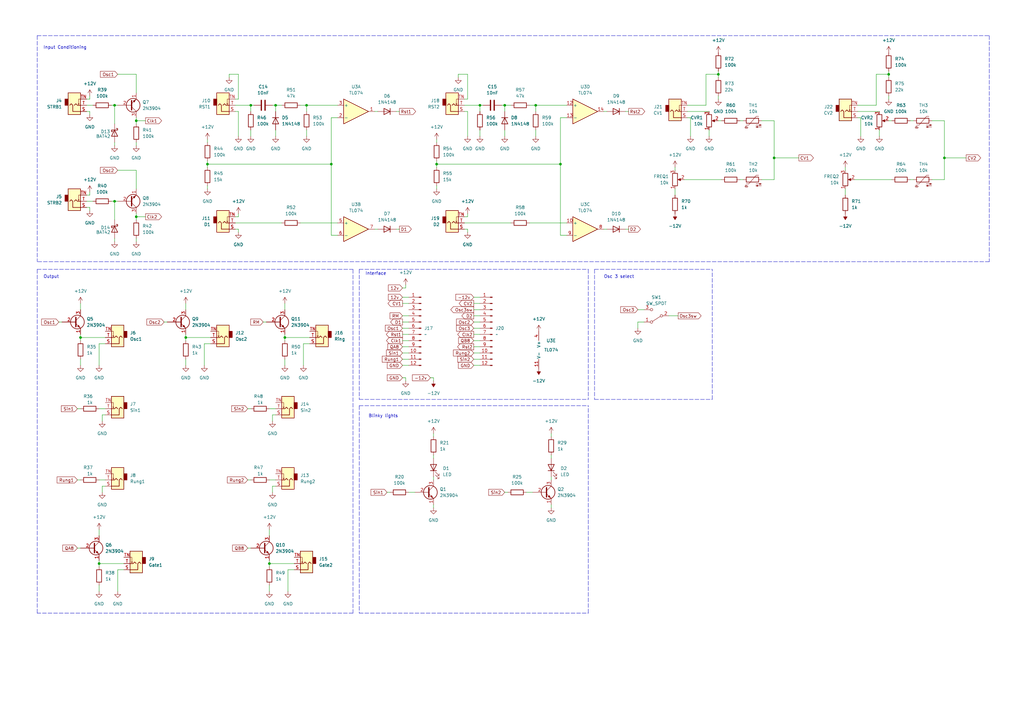
<source format=kicad_sch>
(kicad_sch (version 20211123) (generator eeschema)
  (paper "A3")
  (junction (at 294.64 30.48))
  (junction (at 46.99 82.55))
  (junction (at 55.88 49.53))
  (junction (at 317.5 64.77))
  (junction (at 387.35 64.77))
  (junction (at 179.07 67.31))
  (junction (at 40.64 231.14))
  (junction (at 113.03 43.18))
  (junction (at 196.85 43.18))
  (junction (at 229.87 67.31))
  (junction (at 125.73 43.18))
  (junction (at 219.71 43.18))
  (junction (at 76.2 138.43))
  (junction (at 110.49 231.14))
  (junction (at 46.99 43.18))
  (junction (at 85.09 67.31))
  (junction (at 207.01 43.18))
  (junction (at 135.89 67.31))
  (junction (at 364.49 30.48))
  (junction (at 116.84 138.43))
  (junction (at 33.02 138.43))
  (junction (at 55.88 88.9))
  (junction (at 102.87 43.18))
  (wire (pts (xy 127 140.97) (xy 124.46 140.97)))
  (wire (pts (xy 110.49 240.03) (xy 110.49 242.57)))
  (wire (pts (xy 55.88 99.06) (xy 55.88 97.79)))
  (wire (pts (xy 196.85 43.18) (xy 196.85 45.72)))
  (wire (pts (xy 353.06 48.26) (xy 351.79 48.26)))
  (wire (pts (xy 110.49 231.14) (xy 120.65 231.14)))
  (wire (pts (xy 35.56 40.64) (xy 36.83 40.64)))
  (wire (pts (xy 276.86 68.58) (xy 276.86 69.85)))
  (wire (pts (xy 85.09 66.04) (xy 85.09 67.31)))
  (wire (pts (xy 55.88 59.69) (xy 55.88 58.42)))
  (wire (pts (xy 247.65 93.98) (xy 248.92 93.98)))
  (polyline (pts (xy 15.24 251.46) (xy 15.24 157.48)))
  (wire (pts (xy 67.31 132.08) (xy 68.58 132.08)))
  (wire (pts (xy 165.1 129.54) (xy 167.64 129.54)))
  (wire (pts (xy 93.98 31.75) (xy 93.98 30.48)))
  (wire (pts (xy 35.56 43.18) (xy 38.1 43.18)))
  (wire (pts (xy 36.83 40.64) (xy 36.83 39.37)))
  (wire (pts (xy 294.64 39.37) (xy 294.64 40.64)))
  (wire (pts (xy 219.71 53.34) (xy 219.71 55.88)))
  (wire (pts (xy 85.09 57.15) (xy 85.09 58.42)))
  (wire (pts (xy 215.9 201.93) (xy 218.44 201.93)))
  (wire (pts (xy 153.67 45.72) (xy 154.94 45.72)))
  (wire (pts (xy 167.64 121.92) (xy 165.1 121.92)))
  (wire (pts (xy 364.49 39.37) (xy 364.49 40.64)))
  (polyline (pts (xy 147.32 166.37) (xy 147.32 251.46)))
  (polyline (pts (xy 15.24 110.49) (xy 15.24 157.48)))
  (wire (pts (xy 280.67 73.66) (xy 295.91 73.66)))
  (wire (pts (xy 135.89 96.52) (xy 135.89 67.31)))
  (wire (pts (xy 194.31 121.92) (xy 196.85 121.92)))
  (wire (pts (xy 97.79 45.72) (xy 96.52 45.72)))
  (wire (pts (xy 76.2 147.32) (xy 76.2 149.86)))
  (wire (pts (xy 43.18 199.39) (xy 41.91 199.39)))
  (wire (pts (xy 166.37 116.84) (xy 166.37 118.11)))
  (wire (pts (xy 96.52 43.18) (xy 102.87 43.18)))
  (wire (pts (xy 33.02 147.32) (xy 33.02 149.86)))
  (wire (pts (xy 104.14 43.18) (xy 102.87 43.18)))
  (wire (pts (xy 40.64 217.17) (xy 40.64 219.71)))
  (wire (pts (xy 190.5 88.9) (xy 191.77 88.9)))
  (wire (pts (xy 113.03 199.39) (xy 111.76 199.39)))
  (wire (pts (xy 36.83 45.72) (xy 35.56 45.72)))
  (wire (pts (xy 247.65 45.72) (xy 248.92 45.72)))
  (wire (pts (xy 125.73 53.34) (xy 125.73 55.88)))
  (wire (pts (xy 187.96 30.48) (xy 191.77 30.48)))
  (wire (pts (xy 116.84 147.32) (xy 116.84 149.86)))
  (wire (pts (xy 45.72 82.55) (xy 46.99 82.55)))
  (wire (pts (xy 116.84 137.16) (xy 116.84 138.43)))
  (wire (pts (xy 35.56 80.01) (xy 36.83 80.01)))
  (polyline (pts (xy 243.84 110.49) (xy 292.1 110.49)))
  (wire (pts (xy 364.49 30.48) (xy 359.41 30.48)))
  (wire (pts (xy 165.1 139.7) (xy 167.64 139.7)))
  (wire (pts (xy 55.88 49.53) (xy 59.69 49.53)))
  (wire (pts (xy 165.1 144.78) (xy 167.64 144.78)))
  (wire (pts (xy 125.73 43.18) (xy 138.43 43.18)))
  (wire (pts (xy 123.19 91.44) (xy 138.43 91.44)))
  (polyline (pts (xy 144.78 110.49) (xy 144.78 251.46)))
  (wire (pts (xy 219.71 43.18) (xy 217.17 43.18)))
  (wire (pts (xy 31.75 196.85) (xy 33.02 196.85)))
  (wire (pts (xy 40.64 167.64) (xy 43.18 167.64)))
  (polyline (pts (xy 405.765 14.605) (xy 405.765 107.315)))
  (wire (pts (xy 86.36 140.97) (xy 83.82 140.97)))
  (wire (pts (xy 110.49 229.87) (xy 110.49 231.14)))
  (wire (pts (xy 120.65 233.68) (xy 118.11 233.68)))
  (wire (pts (xy 55.88 49.53) (xy 55.88 50.8)))
  (wire (pts (xy 76.2 137.16) (xy 76.2 138.43)))
  (wire (pts (xy 40.64 140.97) (xy 40.64 149.86)))
  (wire (pts (xy 289.56 30.48) (xy 294.64 30.48)))
  (wire (pts (xy 116.84 124.46) (xy 116.84 127)))
  (wire (pts (xy 167.64 124.46) (xy 165.1 124.46)))
  (wire (pts (xy 46.99 82.55) (xy 48.26 82.55)))
  (wire (pts (xy 303.53 49.53) (xy 304.8 49.53)))
  (polyline (pts (xy 243.84 163.83) (xy 292.1 163.83)))
  (wire (pts (xy 226.06 195.58) (xy 226.06 196.85)))
  (wire (pts (xy 76.2 138.43) (xy 76.2 139.7)))
  (wire (pts (xy 24.13 132.08) (xy 25.4 132.08)))
  (wire (pts (xy 194.31 139.7) (xy 196.85 139.7)))
  (wire (pts (xy 289.56 43.18) (xy 289.56 30.48)))
  (wire (pts (xy 360.68 53.34) (xy 360.68 55.88)))
  (wire (pts (xy 217.17 91.44) (xy 232.41 91.44)))
  (wire (pts (xy 48.26 233.68) (xy 48.26 242.57)))
  (wire (pts (xy 107.95 132.08) (xy 109.22 132.08)))
  (wire (pts (xy 194.31 134.62) (xy 196.85 134.62)))
  (wire (pts (xy 138.43 96.52) (xy 135.89 96.52)))
  (wire (pts (xy 33.02 137.16) (xy 33.02 138.43)))
  (wire (pts (xy 194.31 147.32) (xy 196.85 147.32)))
  (wire (pts (xy 226.06 177.8) (xy 226.06 179.07)))
  (wire (pts (xy 35.56 82.55) (xy 38.1 82.55)))
  (wire (pts (xy 346.71 77.47) (xy 346.71 80.01)))
  (wire (pts (xy 176.53 154.94) (xy 177.8 154.94)))
  (wire (pts (xy 165.1 154.94) (xy 166.37 154.94)))
  (wire (pts (xy 43.18 140.97) (xy 40.64 140.97)))
  (wire (pts (xy 85.09 76.2) (xy 85.09 77.47)))
  (wire (pts (xy 40.64 229.87) (xy 40.64 231.14)))
  (wire (pts (xy 158.75 201.93) (xy 160.02 201.93)))
  (wire (pts (xy 190.5 40.64) (xy 191.77 40.64)))
  (wire (pts (xy 353.06 48.26) (xy 353.06 55.88)))
  (wire (pts (xy 226.06 207.01) (xy 226.06 208.28)))
  (wire (pts (xy 111.76 199.39) (xy 111.76 201.93)))
  (wire (pts (xy 41.91 199.39) (xy 41.91 201.93)))
  (wire (pts (xy 194.31 137.16) (xy 196.85 137.16)))
  (wire (pts (xy 207.01 45.72) (xy 207.01 43.18)))
  (wire (pts (xy 46.99 43.18) (xy 46.99 50.8)))
  (wire (pts (xy 190.5 91.44) (xy 209.55 91.44)))
  (wire (pts (xy 55.88 87.63) (xy 55.88 88.9)))
  (wire (pts (xy 55.88 88.9) (xy 55.88 90.17)))
  (wire (pts (xy 45.72 43.18) (xy 46.99 43.18)))
  (wire (pts (xy 207.01 43.18) (xy 209.55 43.18)))
  (wire (pts (xy 179.07 67.31) (xy 229.87 67.31)))
  (wire (pts (xy 179.07 57.15) (xy 179.07 58.42)))
  (wire (pts (xy 373.38 49.53) (xy 374.65 49.53)))
  (wire (pts (xy 33.02 124.46) (xy 33.02 127)))
  (polyline (pts (xy 292.1 163.83) (xy 292.1 110.49)))
  (wire (pts (xy 31.75 224.79) (xy 33.02 224.79)))
  (wire (pts (xy 290.83 53.34) (xy 290.83 55.88)))
  (polyline (pts (xy 147.32 166.37) (xy 241.3 166.37)))
  (wire (pts (xy 283.21 48.26) (xy 283.21 55.88)))
  (wire (pts (xy 55.88 88.9) (xy 59.69 88.9)))
  (wire (pts (xy 177.8 154.94) (xy 177.8 156.21)))
  (wire (pts (xy 48.26 69.85) (xy 55.88 69.85)))
  (wire (pts (xy 113.03 45.72) (xy 113.03 43.18)))
  (wire (pts (xy 312.42 73.66) (xy 317.5 73.66)))
  (wire (pts (xy 190.5 43.18) (xy 196.85 43.18)))
  (wire (pts (xy 387.35 64.77) (xy 387.35 73.66)))
  (wire (pts (xy 46.99 43.18) (xy 48.26 43.18)))
  (wire (pts (xy 359.41 43.18) (xy 351.79 43.18)))
  (wire (pts (xy 191.77 45.72) (xy 190.5 45.72)))
  (wire (pts (xy 76.2 124.46) (xy 76.2 127)))
  (wire (pts (xy 256.54 45.72) (xy 257.81 45.72)))
  (wire (pts (xy 48.26 30.48) (xy 55.88 30.48)))
  (wire (pts (xy 177.8 207.01) (xy 177.8 208.28)))
  (wire (pts (xy 229.87 67.31) (xy 229.87 48.26)))
  (wire (pts (xy 167.64 201.93) (xy 170.18 201.93)))
  (wire (pts (xy 196.85 53.34) (xy 196.85 55.88)))
  (wire (pts (xy 229.87 67.31) (xy 229.87 96.52)))
  (wire (pts (xy 36.83 80.01) (xy 36.83 78.74)))
  (wire (pts (xy 382.27 73.66) (xy 387.35 73.66)))
  (wire (pts (xy 36.83 86.36) (xy 36.83 85.09)))
  (wire (pts (xy 46.99 58.42) (xy 46.99 59.69)))
  (wire (pts (xy 55.88 77.47) (xy 55.88 69.85)))
  (wire (pts (xy 274.32 129.54) (xy 278.13 129.54)))
  (wire (pts (xy 165.1 134.62) (xy 167.64 134.62)))
  (wire (pts (xy 179.07 67.31) (xy 179.07 68.58)))
  (wire (pts (xy 364.49 49.53) (xy 365.76 49.53)))
  (wire (pts (xy 125.73 43.18) (xy 123.19 43.18)))
  (wire (pts (xy 162.56 93.98) (xy 163.83 93.98)))
  (wire (pts (xy 303.53 73.66) (xy 304.8 73.66)))
  (wire (pts (xy 40.64 231.14) (xy 40.64 232.41)))
  (wire (pts (xy 191.77 30.48) (xy 191.77 40.64)))
  (wire (pts (xy 116.84 138.43) (xy 127 138.43)))
  (wire (pts (xy 359.41 30.48) (xy 359.41 43.18)))
  (wire (pts (xy 113.03 43.18) (xy 111.76 43.18)))
  (wire (pts (xy 261.62 127) (xy 264.16 127)))
  (wire (pts (xy 165.1 118.11) (xy 166.37 118.11)))
  (wire (pts (xy 102.87 53.34) (xy 102.87 55.88)))
  (wire (pts (xy 261.62 132.08) (xy 264.16 132.08)))
  (wire (pts (xy 33.02 138.43) (xy 33.02 139.7)))
  (wire (pts (xy 125.73 45.72) (xy 125.73 43.18)))
  (wire (pts (xy 36.83 46.99) (xy 36.83 45.72)))
  (wire (pts (xy 364.49 30.48) (xy 364.49 31.75)))
  (wire (pts (xy 85.09 67.31) (xy 85.09 68.58)))
  (polyline (pts (xy 15.24 110.49) (xy 144.78 110.49)))
  (wire (pts (xy 83.82 140.97) (xy 83.82 149.86)))
  (wire (pts (xy 97.79 93.98) (xy 97.79 95.25)))
  (wire (pts (xy 165.1 132.08) (xy 167.64 132.08)))
  (wire (pts (xy 364.49 29.21) (xy 364.49 30.48)))
  (wire (pts (xy 97.79 30.48) (xy 97.79 40.64)))
  (wire (pts (xy 194.31 132.08) (xy 196.85 132.08)))
  (wire (pts (xy 194.31 124.46) (xy 196.85 124.46)))
  (wire (pts (xy 276.86 80.01) (xy 276.86 77.47)))
  (polyline (pts (xy 147.32 110.49) (xy 147.32 163.83)))
  (wire (pts (xy 97.79 55.88) (xy 97.79 45.72)))
  (wire (pts (xy 219.71 43.18) (xy 232.41 43.18)))
  (wire (pts (xy 110.49 231.14) (xy 110.49 232.41)))
  (wire (pts (xy 31.75 167.64) (xy 33.02 167.64)))
  (wire (pts (xy 283.21 48.26) (xy 281.94 48.26)))
  (polyline (pts (xy 15.24 14.605) (xy 15.24 107.315)))
  (wire (pts (xy 165.1 137.16) (xy 167.64 137.16)))
  (wire (pts (xy 312.42 49.53) (xy 317.5 49.53)))
  (polyline (pts (xy 241.3 251.46) (xy 241.3 166.37)))
  (wire (pts (xy 194.31 127) (xy 196.85 127)))
  (wire (pts (xy 41.91 170.18) (xy 41.91 172.72)))
  (wire (pts (xy 229.87 48.26) (xy 232.41 48.26)))
  (wire (pts (xy 96.52 40.64) (xy 97.79 40.64)))
  (wire (pts (xy 40.64 196.85) (xy 43.18 196.85)))
  (wire (pts (xy 124.46 140.97) (xy 124.46 149.86)))
  (wire (pts (xy 101.6 167.64) (xy 102.87 167.64)))
  (wire (pts (xy 55.88 48.26) (xy 55.88 49.53)))
  (wire (pts (xy 162.56 45.72) (xy 163.83 45.72)))
  (wire (pts (xy 165.1 147.32) (xy 167.64 147.32)))
  (wire (pts (xy 97.79 93.98) (xy 96.52 93.98)))
  (wire (pts (xy 135.89 48.26) (xy 138.43 48.26)))
  (wire (pts (xy 317.5 64.77) (xy 317.5 73.66)))
  (wire (pts (xy 102.87 43.18) (xy 102.87 45.72)))
  (wire (pts (xy 165.1 149.86) (xy 167.64 149.86)))
  (wire (pts (xy 116.84 138.43) (xy 116.84 139.7)))
  (polyline (pts (xy 405.765 107.315) (xy 15.24 107.315)))
  (wire (pts (xy 177.8 195.58) (xy 177.8 196.85)))
  (wire (pts (xy 346.71 68.58) (xy 346.71 69.85)))
  (wire (pts (xy 179.07 66.04) (xy 179.07 67.31)))
  (wire (pts (xy 118.11 233.68) (xy 118.11 242.57)))
  (wire (pts (xy 373.38 73.66) (xy 374.65 73.66)))
  (wire (pts (xy 33.02 138.43) (xy 43.18 138.43)))
  (wire (pts (xy 317.5 64.77) (xy 327.66 64.77)))
  (wire (pts (xy 153.67 93.98) (xy 154.94 93.98)))
  (wire (pts (xy 350.52 73.66) (xy 365.76 73.66)))
  (wire (pts (xy 191.77 55.88) (xy 191.77 45.72)))
  (polyline (pts (xy 241.3 110.49) (xy 241.3 163.83)))
  (wire (pts (xy 219.71 45.72) (xy 219.71 43.18)))
  (wire (pts (xy 166.37 154.94) (xy 166.37 156.21)))
  (wire (pts (xy 191.77 93.98) (xy 190.5 93.98)))
  (wire (pts (xy 382.27 49.53) (xy 387.35 49.53)))
  (wire (pts (xy 93.98 30.48) (xy 97.79 30.48)))
  (polyline (pts (xy 15.24 14.605) (xy 405.765 14.605)))
  (wire (pts (xy 165.1 142.24) (xy 167.64 142.24)))
  (wire (pts (xy 113.03 170.18) (xy 111.76 170.18)))
  (wire (pts (xy 110.49 217.17) (xy 110.49 219.71)))
  (wire (pts (xy 294.64 49.53) (xy 295.91 49.53)))
  (wire (pts (xy 387.35 64.77) (xy 387.35 49.53)))
  (wire (pts (xy 232.41 96.52) (xy 229.87 96.52)))
  (wire (pts (xy 191.77 93.98) (xy 191.77 95.25)))
  (wire (pts (xy 40.64 240.03) (xy 40.64 242.57)))
  (polyline (pts (xy 147.32 251.46) (xy 241.3 251.46)))
  (wire (pts (xy 294.64 29.21) (xy 294.64 30.48)))
  (wire (pts (xy 36.83 85.09) (xy 35.56 85.09)))
  (wire (pts (xy 177.8 186.69) (xy 177.8 187.96)))
  (wire (pts (xy 351.79 45.72) (xy 360.68 45.72)))
  (wire (pts (xy 281.94 43.18) (xy 289.56 43.18)))
  (polyline (pts (xy 243.84 110.49) (xy 243.84 163.83)))
  (wire (pts (xy 40.64 231.14) (xy 50.8 231.14)))
  (wire (pts (xy 135.89 67.31) (xy 135.89 48.26)))
  (wire (pts (xy 177.8 177.8) (xy 177.8 179.07)))
  (wire (pts (xy 187.96 31.75) (xy 187.96 30.48)))
  (wire (pts (xy 207.01 43.18) (xy 205.74 43.18)))
  (wire (pts (xy 198.12 43.18) (xy 196.85 43.18)))
  (wire (pts (xy 179.07 76.2) (xy 179.07 77.47)))
  (polyline (pts (xy 147.32 163.83) (xy 241.3 163.83)))
  (wire (pts (xy 113.03 43.18) (xy 115.57 43.18)))
  (wire (pts (xy 281.94 45.72) (xy 290.83 45.72)))
  (wire (pts (xy 97.79 87.63) (xy 97.79 88.9)))
  (wire (pts (xy 113.03 53.34) (xy 113.03 55.88)))
  (wire (pts (xy 85.09 67.31) (xy 135.89 67.31)))
  (wire (pts (xy 76.2 138.43) (xy 86.36 138.43)))
  (polyline (pts (xy 147.32 110.49) (xy 241.3 110.49)))
  (wire (pts (xy 194.31 149.86) (xy 196.85 149.86)))
  (wire (pts (xy 43.18 170.18) (xy 41.91 170.18)))
  (wire (pts (xy 110.49 167.64) (xy 113.03 167.64)))
  (wire (pts (xy 207.01 53.34) (xy 207.01 55.88)))
  (wire (pts (xy 46.99 82.55) (xy 46.99 90.17)))
  (wire (pts (xy 46.99 97.79) (xy 46.99 99.06)))
  (wire (pts (xy 110.49 196.85) (xy 113.03 196.85)))
  (wire (pts (xy 387.35 64.77) (xy 396.24 64.77)))
  (wire (pts (xy 50.8 233.68) (xy 48.26 233.68)))
  (wire (pts (xy 191.77 87.63) (xy 191.77 88.9)))
  (wire (pts (xy 96.52 88.9) (xy 97.79 88.9)))
  (polyline (pts (xy 144.78 251.46) (xy 15.24 251.46)))
  (wire (pts (xy 55.88 38.1) (xy 55.88 30.48)))
  (wire (pts (xy 111.76 170.18) (xy 111.76 172.72)))
  (wire (pts (xy 261.62 132.08) (xy 261.62 134.62)))
  (wire (pts (xy 207.01 201.93) (xy 208.28 201.93)))
  (wire (pts (xy 101.6 196.85) (xy 102.87 196.85)))
  (wire (pts (xy 226.06 186.69) (xy 226.06 187.96)))
  (wire (pts (xy 96.52 91.44) (xy 115.57 91.44)))
  (wire (pts (xy 101.6 224.79) (xy 102.87 224.79)))
  (wire (pts (xy 194.31 142.24) (xy 196.85 142.24)))
  (wire (pts (xy 294.64 30.48) (xy 294.64 31.75)))
  (wire (pts (xy 256.54 93.98) (xy 257.81 93.98)))
  (wire (pts (xy 194.31 129.54) (xy 196.85 129.54)))
  (wire (pts (xy 194.31 144.78) (xy 196.85 144.78)))
  (wire (pts (xy 317.5 64.77) (xy 317.5 49.53)))
  (text "Osc 3 select" (at 247.65 114.3 0) (effects (font (size 1.27 1.27)) (justify left bottom)))
  (text "Blinky lights\n" (at 151.13 171.45 0) (effects (font (size 1.27 1.27)) (justify left bottom)))
  (text "Output" (at 17.78 114.3 0) (effects (font (size 1.27 1.27)) (justify left bottom)))
  (text "Input Conditioning" (at 17.78 20.32 0) (effects (font (size 1.27 1.27)) (justify left bottom)))
  (text "Interface" (at 149.86 113.03 0) (effects (font (size 1.27 1.27)) (justify left bottom)))
  (global_label "CV1" (shape output) (at 165.1 124.46 180) (property "Intersheet References" "${INTERSHEET_REFS}" (effects hide)))
  (global_label "Osc3" (shape input) (at 261.62 127 180) (property "Intersheet References" "${INTERSHEET_REFS}" (effects hide)))
  (global_label "Clk1" (shape output) (at 165.1 139.7 180) (property "Intersheet References" "${INTERSHEET_REFS}" (effects hide)))
  (global_label "Osc3sw" (shape output) (at 278.13 129.54 0) (property "Intersheet References" "${INTERSHEET_REFS}" (effects hide)))
  (global_label "Rung1" (shape input) (at 165.1 147.32 180) (property "Intersheet References" "${INTERSHEET_REFS}" (effects hide)))
  (global_label "Sin2" (shape input) (at 207.01 201.93 180) (property "Intersheet References" "${INTERSHEET_REFS}" (effects hide)))
  (global_label "Osc1" (shape input) (at 24.13 132.08 180) (property "Intersheet References" "${INTERSHEET_REFS}" (effects hide)))
  (global_label "QB8" (shape input) (at 194.31 139.7 180) (property "Intersheet References" "${INTERSHEET_REFS}" (effects hide)))
  (global_label "Osc1" (shape input) (at 165.1 134.62 180) (property "Intersheet References" "${INTERSHEET_REFS}" (effects hide)))
  (global_label "Rung1" (shape input) (at 31.75 196.85 180) (property "Intersheet References" "${INTERSHEET_REFS}" (effects hide)))
  (global_label "Osc1" (shape input) (at 48.26 30.48 180) (property "Intersheet References" "${INTERSHEET_REFS}" (effects hide)))
  (global_label "RM" (shape input) (at 165.1 129.54 180) (property "Intersheet References" "${INTERSHEET_REFS}" (effects hide)))
  (global_label "Rung2" (shape input) (at 101.6 196.85 180) (property "Intersheet References" "${INTERSHEET_REFS}" (effects hide)))
  (global_label "Osc2" (shape input) (at 67.31 132.08 180) (property "Intersheet References" "${INTERSHEET_REFS}" (effects hide)))
  (global_label "GND" (shape input) (at 194.31 149.86 180) (property "Intersheet References" "${INTERSHEET_REFS}" (effects hide)))
  (global_label "QB8" (shape input) (at 101.6 224.79 180) (property "Intersheet References" "${INTERSHEET_REFS}" (effects hide)))
  (global_label "Clk1" (shape output) (at 59.69 49.53 0) (property "Intersheet References" "${INTERSHEET_REFS}" (effects hide)))
  (global_label "Clk2" (shape output) (at 194.31 137.16 180) (property "Intersheet References" "${INTERSHEET_REFS}" (effects hide)))
  (global_label "RM" (shape input) (at 107.95 132.08 180) (property "Intersheet References" "${INTERSHEET_REFS}" (effects hide)))
  (global_label "QA8" (shape input) (at 165.1 142.24 180) (property "Intersheet References" "${INTERSHEET_REFS}" (effects hide)))
  (global_label "D1" (shape output) (at 165.1 132.08 180) (property "Intersheet References" "${INTERSHEET_REFS}" (effects hide)))
  (global_label "Clk2" (shape output) (at 59.69 88.9 0) (property "Intersheet References" "${INTERSHEET_REFS}" (effects hide)))
  (global_label "Sin2" (shape input) (at 101.6 167.64 180) (property "Intersheet References" "${INTERSHEET_REFS}" (effects hide)))
  (global_label "Osc2" (shape input) (at 48.26 69.85 180) (property "Intersheet References" "${INTERSHEET_REFS}" (effects hide)))
  (global_label "Osc3sw" (shape output) (at 194.31 127 180) (property "Intersheet References" "${INTERSHEET_REFS}" (effects hide)))
  (global_label "CV2" (shape output) (at 396.24 64.77 0) (property "Intersheet References" "${INTERSHEET_REFS}" (effects hide)))
  (global_label "D2" (shape output) (at 194.31 129.54 180) (property "Intersheet References" "${INTERSHEET_REFS}" (effects hide)))
  (global_label "D1" (shape output) (at 163.83 93.98 0) (property "Intersheet References" "${INTERSHEET_REFS}" (effects hide)))
  (global_label "-12v" (shape input) (at 176.53 154.94 180) (property "Intersheet References" "${INTERSHEET_REFS}" (effects hide)))
  (global_label "Rung2" (shape input) (at 194.31 144.78 180) (property "Intersheet References" "${INTERSHEET_REFS}" (effects hide)))
  (global_label "GND" (shape input) (at 165.1 154.94 180) (property "Intersheet References" "${INTERSHEET_REFS}" (effects hide)))
  (global_label "Sin1" (shape input) (at 165.1 144.78 180) (property "Intersheet References" "${INTERSHEET_REFS}" (effects hide)))
  (global_label "QA8" (shape input) (at 31.75 224.79 180) (property "Intersheet References" "${INTERSHEET_REFS}" (effects hide)))
  (global_label "12v" (shape input) (at 165.1 121.92 180) (property "Intersheet References" "${INTERSHEET_REFS}" (effects hide)))
  (global_label "-12v" (shape input) (at 194.31 121.92 180) (property "Intersheet References" "${INTERSHEET_REFS}" (effects hide)))
  (global_label "CV1" (shape output) (at 327.66 64.77 0) (property "Intersheet References" "${INTERSHEET_REFS}" (effects hide)))
  (global_label "Rst1" (shape output) (at 163.83 45.72 0) (property "Intersheet References" "${INTERSHEET_REFS}" (effects hide)))
  (global_label "GND" (shape input) (at 165.1 149.86 180) (property "Intersheet References" "${INTERSHEET_REFS}" (effects hide)))
  (global_label "12v" (shape input) (at 165.1 118.11 180) (property "Intersheet References" "${INTERSHEET_REFS}" (effects hide)))
  (global_label "Rst2" (shape output) (at 194.31 142.24 180) (property "Intersheet References" "${INTERSHEET_REFS}" (effects hide)))
  (global_label "Rst1" (shape output) (at 165.1 137.16 180) (property "Intersheet References" "${INTERSHEET_REFS}" (effects hide)))
  (global_label "Osc2" (shape input) (at 194.31 132.08 180) (property "Intersheet References" "${INTERSHEET_REFS}" (effects hide)))
  (global_label "CV2" (shape output) (at 194.31 124.46 180) (property "Intersheet References" "${INTERSHEET_REFS}" (effects hide)))
  (global_label "Osc3" (shape input) (at 194.31 134.62 180) (property "Intersheet References" "${INTERSHEET_REFS}" (effects hide)))
  (global_label "D2" (shape output) (at 257.81 93.98 0) (property "Intersheet References" "${INTERSHEET_REFS}" (effects hide)))
  (global_label "Sin2" (shape input) (at 194.31 147.32 180) (property "Intersheet References" "${INTERSHEET_REFS}" (effects hide)))
  (global_label "Sin1" (shape input) (at 31.75 167.64 180) (property "Intersheet References" "${INTERSHEET_REFS}" (effects hide)))
  (global_label "Sin1" (shape input) (at 158.75 201.93 180) (property "Intersheet References" "${INTERSHEET_REFS}" (effects hide)))
  (global_label "Rst2" (shape output) (at 257.81 45.72 0) (property "Intersheet References" "${INTERSHEET_REFS}" (effects hide)))
  (symbol (lib_id "power:GND") (at 40.64 242.57 0) (unit 1)
    (property "Reference" "#PWR0142" (effects hide))
    (property "Value" "GND" (at 40.64 247.65 0))
  )
  (symbol (lib_id "Device:R") (at 40.64 236.22 0) (unit 1)
    (property "Reference" "R38" (at 43.18 234.95 0) (effects (justify left)))
    (property "Value" "1k" (at 43.18 237.49 0) (effects (justify left)))
    (property "Footprint" "Resistor_THT:R_Axial_DIN0204_L3.6mm_D1.6mm_P7.62mm_Horizontal" (effects hide))
  )
  (symbol (lib_id "Device:R") (at 177.8 182.88 0) (unit 1)
    (property "Reference" "R21" (at 180.34 181.6099 0) (effects (justify left)))
    (property "Value" "1k" (at 180.34 184.1499 0) (effects (justify left)))
    (property "Footprint" "Resistor_THT:R_Axial_DIN0204_L3.6mm_D1.6mm_P7.62mm_Horizontal" (effects hide))
  )
  (symbol (lib_id "power:GND") (at 46.99 99.06 0) (unit 1)
    (property "Reference" "#PWR092" (effects hide))
    (property "Value" "GND" (at 46.99 104.14 0))
  )
  (symbol (lib_id "power:GND") (at 97.79 95.25 0) (unit 1)
    (property "Reference" "#PWR0130" (effects hide))
    (property "Value" "GND" (at 97.79 100.33 0))
  )
  (symbol (lib_id "power:GND") (at 116.84 149.86 0) (unit 1)
    (property "Reference" "#PWR0152" (effects hide))
    (property "Value" "GND" (at 116.84 154.94 0))
  )
  (symbol (lib_id "power:GND") (at 85.09 77.47 0) (unit 1)
    (property "Reference" "#PWR0131" (effects hide))
    (property "Value" "GND" (at 85.09 82.55 0))
  )
  (symbol (lib_id "Amplifier_Operational:TL074") (at 146.05 93.98 0) (unit 2)
    (property "Reference" "U3" (at 146.05 83.82 0))
    (property "Value" "TL074" (at 146.05 86.36 0))
    (property "Footprint" "Package_DIP:DIP-14_W7.62mm_Socket_LongPads" (effects hide))
    (property "Datasheet" "http://www.ti.com/lit/ds/symlink/tl071.pdf" (effects hide))
  )
  (symbol (lib_id "Device:R") (at 85.09 72.39 0) (unit 1)
    (property "Reference" "R45" (at 87.63 71.1199 0) (effects (justify left)))
    (property "Value" "15k" (at 87.63 73.6599 0) (effects (justify left)))
    (property "Footprint" "Resistor_THT:R_Axial_DIN0204_L3.6mm_D1.6mm_P7.62mm_Horizontal" (effects hide))
  )
  (symbol (lib_id "power:GND") (at 102.87 55.88 0) (unit 1)
    (property "Reference" "#PWR0128" (effects hide))
    (property "Value" "GND" (at 102.87 60.96 0))
  )
  (symbol (lib_id "power:GND") (at 196.85 55.88 0) (unit 1)
    (property "Reference" "#PWR0102" (effects hide))
    (property "Value" "GND" (at 196.85 60.96 0))
  )
  (symbol (lib_id "Device:R_Potentiometer") (at 360.68 49.53 0) (mirror x) (unit 1)
    (property "Reference" "CVR2" (at 358.14 48.2599 0) (effects (justify right)))
    (property "Value" "10k" (at 358.14 50.7999 0) (effects (justify right)))
    (property "Footprint" "winterbloom:Potentiometer_Alpha_R0904N" (effects hide))
  )
  (symbol (lib_id "Device:R") (at 125.73 49.53 0) (unit 1)
    (property "Reference" "R53" (at 128.27 48.2599 0) (effects (justify left)))
    (property "Value" "100k" (at 128.27 50.7999 0) (effects (justify left)))
    (property "Footprint" "Resistor_THT:R_Axial_DIN0204_L3.6mm_D1.6mm_P7.62mm_Horizontal" (effects hide))
  )
  (symbol (lib_id "power:GND") (at 166.37 156.21 0) (unit 1)
    (property "Reference" "#PWR0157" (effects hide))
    (property "Value" "GND" (at 166.37 161.29 0))
  )
  (symbol (lib_id "power:-12V") (at 346.71 87.63 180) (unit 1)
    (property "Reference" "#PWR059" (effects hide))
    (property "Value" "-12V" (at 346.71 92.71 0))
  )
  (symbol (lib_id "Device:R") (at 213.36 43.18 270) (unit 1)
    (property "Reference" "R57" (at 213.36 36.83 90))
    (property "Value" "47k" (at 213.36 39.37 90))
    (property "Footprint" "Resistor_THT:R_Axial_DIN0204_L3.6mm_D1.6mm_P7.62mm_Horizontal" (effects hide))
  )
  (symbol (lib_id "power:GND") (at 111.76 172.72 0) (unit 1)
    (property "Reference" "#PWR0149" (effects hide))
    (property "Value" "GND" (at 111.76 177.8 0))
  )
  (symbol (lib_id "power:+12V") (at 85.09 57.15 0) (unit 1)
    (property "Reference" "#PWR0123" (effects hide))
    (property "Value" "+12V" (at 85.09 52.07 0))
  )
  (symbol (lib_id "Device:R_Potentiometer") (at 346.71 73.66 0) (mirror x) (unit 1)
    (property "Reference" "FREQ2" (at 344.17 72.3899 0) (effects (justify right)))
    (property "Value" "10k" (at 344.17 74.9299 0) (effects (justify right)))
    (property "Footprint" "winterbloom:Potentiometer_Alpha_R0904N" (effects hide))
  )
  (symbol (lib_id "power:GND") (at 110.49 242.57 0) (unit 1)
    (property "Reference" "#PWR0150" (effects hide))
    (property "Value" "GND" (at 110.49 247.65 0))
  )
  (symbol (lib_id "Device:R") (at 364.49 35.56 0) (unit 1)
    (property "Reference" "R75" (at 367.03 34.2899 0) (effects (justify left)))
    (property "Value" "22k" (at 367.03 36.8299 0) (effects (justify left)))
    (property "Footprint" "Resistor_THT:R_Axial_DIN0204_L3.6mm_D1.6mm_P7.62mm_Horizontal" (effects hide))
  )
  (symbol (lib_id "power:GND") (at 111.76 201.93 0) (unit 1)
    (property "Reference" "#PWR0148" (effects hide))
    (property "Value" "GND" (at 111.76 207.01 0))
  )
  (symbol (lib_id "Connector:AudioJack2_SwitchT") (at 346.71 45.72 0) (mirror x) (unit 1)
    (property "Reference" "J22" (at 341.63 43.8149 0) (effects (justify right)))
    (property "Value" "CV2" (at 341.63 46.3549 0) (effects (justify right)))
    (property "Footprint" "winterbloom:AudioJack_WQP518MA" (effects hide))
  )
  (symbol (lib_id "power:+12V") (at 36.83 78.74 0) (unit 1)
    (property "Reference" "#PWR0120" (effects hide))
    (property "Value" "+12V" (at 36.83 73.66 0))
  )
  (symbol (lib_id "power:+12V") (at 294.64 21.59 0) (unit 1)
    (property "Reference" "#PWR0118" (effects hide))
    (property "Value" "+12V" (at 294.64 16.51 0))
  )
  (symbol (lib_id "Device:R") (at 369.57 73.66 90) (unit 1)
    (property "Reference" "R64" (at 369.57 67.31 90))
    (property "Value" "100k" (at 369.57 69.85 90))
    (property "Footprint" "Resistor_THT:R_Axial_DIN0204_L3.6mm_D1.6mm_P7.62mm_Horizontal" (effects hide))
  )
  (symbol (lib_id "power:+12V") (at 177.8 177.8 0) (unit 1)
    (property "Reference" "#PWR0163" (effects hide))
    (property "Value" "+12V" (at 177.8 172.72 0))
  )
  (symbol (lib_id "Connector:AudioJack2_SwitchT") (at 30.48 43.18 0) (mirror x) (unit 1)
    (property "Reference" "J4" (at 25.4 41.2749 0) (effects (justify right)))
    (property "Value" "STRB1" (at 25.4 43.8149 0) (effects (justify right)))
    (property "Footprint" "winterbloom:AudioJack_WQP518MA" (effects hide))
  )
  (symbol (lib_id "power:+12V") (at 33.02 124.46 0) (unit 1)
    (property "Reference" "#PWR0137" (effects hide))
    (property "Value" "+12V" (at 33.02 119.38 0))
  )
  (symbol (lib_id "power:GND") (at 41.91 172.72 0) (unit 1)
    (property "Reference" "#PWR0138" (effects hide))
    (property "Value" "GND" (at 41.91 177.8 0))
  )
  (symbol (lib_id "Device:R") (at 41.91 82.55 90) (unit 1)
    (property "Reference" "R40" (at 41.91 76.2 90))
    (property "Value" "100k" (at 41.91 78.74 90))
    (property "Footprint" "Resistor_THT:R_Axial_DIN0204_L3.6mm_D1.6mm_P7.62mm_Horizontal" (effects hide))
  )
  (symbol (lib_id "Device:D") (at 252.73 45.72 180) (unit 1)
    (property "Reference" "D9" (at 252.73 39.37 0))
    (property "Value" "1N4148" (at 252.73 41.91 0))
    (property "Footprint" "Diode_THT:D_DO-35_SOD27_P7.62mm_Horizontal" (effects hide))
  )
  (symbol (lib_id "Device:R") (at 41.91 43.18 90) (unit 1)
    (property "Reference" "R39" (at 41.91 36.83 90))
    (property "Value" "100k" (at 41.91 39.37 90))
    (property "Footprint" "Resistor_THT:R_Axial_DIN0204_L3.6mm_D1.6mm_P7.62mm_Horizontal" (effects hide))
  )
  (symbol (lib_id "Device:R") (at 294.64 25.4 0) (unit 1)
    (property "Reference" "R72" (at 297.18 24.1299 0) (effects (justify left)))
    (property "Value" "100k" (at 297.18 26.6699 0) (effects (justify left)))
    (property "Footprint" "Resistor_THT:R_Axial_DIN0204_L3.6mm_D1.6mm_P7.62mm_Horizontal" (effects hide))
  )
  (symbol (lib_id "Device:R") (at 119.38 43.18 270) (unit 1)
    (property "Reference" "R51" (at 119.38 36.83 90))
    (property "Value" "47k" (at 119.38 39.37 90))
    (property "Footprint" "Resistor_THT:R_Axial_DIN0204_L3.6mm_D1.6mm_P7.62mm_Horizontal" (effects hide))
  )
  (symbol (lib_id "power:GND") (at 191.77 95.25 0) (unit 1)
    (property "Reference" "#PWR0129" (effects hide))
    (property "Value" "GND" (at 191.77 100.33 0))
  )
  (symbol (lib_id "Connector:AudioJack2_SwitchT") (at 132.08 138.43 180) (unit 1)
    (property "Reference" "J16" (at 137.16 136.5249 0) (effects (justify right)))
    (property "Value" "Ring" (at 137.16 139.0649 0) (effects (justify right)))
    (property "Footprint" "winterbloom:AudioJack_WQP518MA" (effects hide))
  )
  (symbol (lib_id "Device:R") (at 106.68 167.64 90) (unit 1)
    (property "Reference" "R48" (at 107.95 162.56 90) (effects (justify left)))
    (property "Value" "1k" (at 107.95 165.1 90) (effects (justify left)))
    (property "Footprint" "Resistor_THT:R_Axial_DIN0204_L3.6mm_D1.6mm_P7.62mm_Horizontal" (effects hide))
  )
  (symbol (lib_id "Transistor_BJT:2N3904") (at 38.1 224.79 0) (unit 1)
    (property "Reference" "Q6" (at 43.18 223.5199 0) (effects (justify left)))
    (property "Value" "2N3904" (at 43.18 226.0599 0) (effects (justify left)))
    (property "Footprint" "Package_TO_SOT_THT:TO-92_Inline" (effects hide))
    (property "Datasheet" "https://www.onsemi.com/pub/Collateral/2N3903-D.PDF" (effects hide))
  )
  (symbol (lib_id "Transistor_BJT:2N3904") (at 53.34 82.55 0) (mirror x) (unit 1)
    (property "Reference" "Q8" (at 58.42 81.2799 0) (effects (justify left)))
    (property "Value" "2N3904" (at 58.42 83.8199 0) (effects (justify left)))
    (property "Footprint" "Package_TO_SOT_THT:TO-92_Inline" (effects hide))
    (property "Datasheet" "https://www.onsemi.com/pub/Collateral/2N3903-D.PDF" (effects hide))
  )
  (symbol (lib_id "power:+12V") (at 346.71 68.58 0) (unit 1)
    (property "Reference" "#PWR0109" (effects hide))
    (property "Value" "+12V" (at 346.71 63.5 0))
  )
  (symbol (lib_id "Device:Thermistor_NTC") (at 378.46 73.66 90) (unit 1)
    (property "Reference" "TH4" (at 378.7775 67.31 90))
    (property "Value" "10k" (at 378.7775 69.85 90))
    (property "Footprint" "Resistor_THT:R_Axial_DIN0204_L3.6mm_D1.6mm_P2.54mm_Vertical" (effects hide))
  )
  (symbol (lib_id "Device:R") (at 55.88 93.98 180) (unit 1)
    (property "Reference" "R42" (at 58.42 92.7099 0) (effects (justify right)))
    (property "Value" "100k" (at 58.42 95.2499 0) (effects (justify right)))
    (property "Footprint" "Resistor_THT:R_Axial_DIN0204_L3.6mm_D1.6mm_P7.62mm_Horizontal" (effects hide))
  )
  (symbol (lib_id "power:GND") (at 219.71 55.88 0) (unit 1)
    (property "Reference" "#PWR0106" (effects hide))
    (property "Value" "GND" (at 219.71 60.96 0))
  )
  (symbol (lib_id "Device:R") (at 116.84 143.51 0) (unit 1)
    (property "Reference" "R50" (at 119.38 142.24 0) (effects (justify left)))
    (property "Value" "1k" (at 119.38 144.78 0) (effects (justify left)))
    (property "Footprint" "Resistor_THT:R_Axial_DIN0204_L3.6mm_D1.6mm_P7.62mm_Horizontal" (effects hide))
  )
  (symbol (lib_id "power:GND") (at 207.01 55.88 0) (unit 1)
    (property "Reference" "#PWR0105" (effects hide))
    (property "Value" "GND" (at 207.01 60.96 0))
  )
  (symbol (lib_id "power:GND") (at 118.11 242.57 0) (unit 1)
    (property "Reference" "#PWR0151" (effects hide))
    (property "Value" "GND" (at 118.11 247.65 0))
  )
  (symbol (lib_id "Diode:BAT42") (at 46.99 93.98 270) (unit 1)
    (property "Reference" "D14" (at 41.275 93.345 90) (effects (justify left)))
    (property "Value" "BAT42" (at 39.37 95.25 90) (effects (justify left)))
    (property "Footprint" "Diode_THT:D_DO-35_SOD27_P7.62mm_Horizontal" (effects hide))
    (property "Datasheet" "http://www.vishay.com/docs/85660/bat42.pdf" (effects hide))
  )
  (symbol (lib_id "Amplifier_Operational:TL074") (at 223.52 143.51 0) (unit 5)
    (property "Reference" "U3" (at 226.06 139.7 0))
    (property "Value" "TL074" (at 226.06 143.51 0))
    (property "Footprint" "Package_DIP:DIP-14_W7.62mm_Socket_LongPads" (effects hide))
    (property "Datasheet" "http://www.ti.com/lit/ds/symlink/tl071.pdf" (effects hide))
  )
  (symbol (lib_id "Device:R") (at 213.36 91.44 270) (unit 1)
    (property "Reference" "R58" (at 213.36 85.09 90))
    (property "Value" "100k" (at 213.36 87.63 90))
    (property "Footprint" "Resistor_THT:R_Axial_DIN0204_L3.6mm_D1.6mm_P7.62mm_Horizontal" (effects hide))
  )
  (symbol (lib_id "power:GND") (at 46.99 59.69 0) (unit 1)
    (property "Reference" "#PWR090" (effects hide))
    (property "Value" "GND" (at 46.99 64.77 0))
  )
  (symbol (lib_id "Transistor_BJT:2N3904") (at 107.95 224.79 0) (unit 1)
    (property "Reference" "Q10" (at 113.03 223.5199 0) (effects (justify left)))
    (property "Value" "2N3904" (at 113.03 226.0599 0) (effects (justify left)))
    (property "Footprint" "Package_TO_SOT_THT:TO-92_Inline" (effects hide))
    (property "Datasheet" "https://www.onsemi.com/pub/Collateral/2N3903-D.PDF" (effects hide))
  )
  (symbol (lib_id "Device:R") (at 196.85 49.53 180) (unit 1)
    (property "Reference" "R56" (at 199.39 48.2599 0) (effects (justify right)))
    (property "Value" "100k" (at 199.39 50.7999 0) (effects (justify right)))
    (property "Footprint" "Resistor_THT:R_Axial_DIN0204_L3.6mm_D1.6mm_P7.62mm_Horizontal" (effects hide))
  )
  (symbol (lib_id "Connector:AudioJack2_SwitchT") (at 185.42 43.18 0) (mirror x) (unit 1)
    (property "Reference" "J18" (at 180.34 41.2749 0) (effects (justify right)))
    (property "Value" "RST2" (at 180.34 43.815 0) (effects (justify right)))
    (property "Footprint" "winterbloom:AudioJack_WQP518MA" (effects hide))
  )
  (symbol (lib_id "Connector:Conn_01x12_Male") (at 201.93 134.62 0) (mirror y) (unit 1)
    (property "Reference" "J20" (at 203.2 134.6199 0) (effects (justify right)))
    (property "Value" "~" (at 203.2 137.1599 0) (effects (justify right)))
    (property "Footprint" "Connector_PinHeader_2.54mm:PinHeader_1x12_P2.54mm_Vertical" (effects hide))
  )
  (symbol (lib_id "Connector:AudioJack2_SwitchT") (at 276.86 45.72 0) (mirror x) (unit 1)
    (property "Reference" "J21" (at 271.78 43.8149 0) (effects (justify right)))
    (property "Value" "CV1" (at 271.78 46.3549 0) (effects (justify right)))
    (property "Footprint" "winterbloom:AudioJack_WQP518MA" (effects hide))
  )
  (symbol (lib_id "power:-12V") (at 177.8 156.21 180) (unit 1)
    (property "Reference" "#PWR0156" (effects hide))
    (property "Value" "~" (at 177.8 161.29 0))
  )
  (symbol (lib_id "power:GND") (at 187.96 31.75 0) (unit 1)
    (property "Reference" "#PWR0101" (effects hide))
    (property "Value" "GND" (at 187.96 36.83 0))
  )
  (symbol (lib_id "Connector:AudioJack2_SwitchT") (at 118.11 167.64 180) (unit 1)
    (property "Reference" "J14" (at 123.19 165.7349 0) (effects (justify right)))
    (property "Value" "Sin2" (at 123.19 168.2749 0) (effects (justify right)))
    (property "Footprint" "winterbloom:AudioJack_WQP518MA" (effects hide))
  )
  (symbol (lib_id "Connector:AudioJack2_SwitchT") (at 48.26 138.43 180) (unit 1)
    (property "Reference" "J6" (at 53.34 136.5249 0) (effects (justify right)))
    (property "Value" "Osc1" (at 53.34 139.0649 0) (effects (justify right)))
    (property "Footprint" "winterbloom:AudioJack_WQP518MA" (effects hide))
  )
  (symbol (lib_id "Device:R_Potentiometer") (at 290.83 49.53 0) (mirror x) (unit 1)
    (property "Reference" "CVR1" (at 288.29 48.2599 0) (effects (justify right)))
    (property "Value" "10k" (at 288.29 50.7999 0) (effects (justify right)))
    (property "Footprint" "winterbloom:Potentiometer_Alpha_R0904N" (effects hide))
  )
  (symbol (lib_id "Device:R") (at 212.09 201.93 270) (unit 1)
    (property "Reference" "R25" (at 212.09 195.58 90))
    (property "Value" "100k" (at 212.09 198.12 90))
    (property "Footprint" "Resistor_THT:R_Axial_DIN0204_L3.6mm_D1.6mm_P7.62mm_Horizontal" (effects hide))
  )
  (symbol (lib_id "Device:D") (at 158.75 45.72 180) (unit 1)
    (property "Reference" "D6" (at 158.75 39.37 0))
    (property "Value" "1N4148" (at 158.75 41.91 0))
    (property "Footprint" "Diode_THT:D_DO-35_SOD27_P7.62mm_Horizontal" (effects hide))
  )
  (symbol (lib_id "power:GND") (at 41.91 201.93 0) (unit 1)
    (property "Reference" "#PWR0139" (effects hide))
    (property "Value" "GND" (at 41.91 207.01 0))
  )
  (symbol (lib_id "Device:R") (at 346.71 83.82 0) (unit 1)
    (property "Reference" "R71" (at 349.25 82.5499 0) (effects (justify left)))
    (property "Value" "1k" (at 349.25 85.0899 0) (effects (justify left)))
    (property "Footprint" "Resistor_THT:R_Axial_DIN0204_L3.6mm_D1.6mm_P7.62mm_Horizontal" (effects hide))
  )
  (symbol (lib_id "Connector:AudioJack2_SwitchT") (at 30.48 82.55 0) (mirror x) (unit 1)
    (property "Reference" "J5" (at 25.4 80.6449 0) (effects (justify right)))
    (property "Value" "STRB2" (at 25.4 83.1849 0) (effects (justify right)))
    (property "Footprint" "winterbloom:AudioJack_WQP518MA" (effects hide))
  )
  (symbol (lib_id "Device:R") (at 219.71 49.53 0) (unit 1)
    (property "Reference" "R59" (at 222.25 48.2599 0) (effects (justify left)))
    (property "Value" "100k" (at 222.25 50.7999 0) (effects (justify left)))
    (property "Footprint" "Resistor_THT:R_Axial_DIN0204_L3.6mm_D1.6mm_P7.62mm_Horizontal" (effects hide))
  )
  (symbol (lib_id "Device:R") (at 294.64 35.56 0) (unit 1)
    (property "Reference" "R73" (at 297.18 34.2899 0) (effects (justify left)))
    (property "Value" "22k" (at 297.18 36.8299 0) (effects (justify left)))
    (property "Footprint" "Resistor_THT:R_Axial_DIN0204_L3.6mm_D1.6mm_P7.62mm_Horizontal" (effects hide))
  )
  (symbol (lib_id "power:+12V") (at 220.98 135.89 0) (unit 1)
    (property "Reference" "#PWR0117" (effects hide))
    (property "Value" "+12V" (at 220.98 130.81 0))
  )
  (symbol (lib_id "power:+12V") (at 110.49 217.17 0) (unit 1)
    (property "Reference" "#PWR0147" (effects hide))
    (property "Value" "+12V" (at 110.49 212.09 0))
  )
  (symbol (lib_id "power:GND") (at 364.49 40.64 0) (unit 1)
    (property "Reference" "#PWR0110" (effects hide))
    (property "Value" "GND" (at 364.49 45.72 0))
  )
  (symbol (lib_id "Device:D") (at 158.75 93.98 180) (unit 1)
    (property "Reference" "D7" (at 158.75 87.63 0))
    (property "Value" "1N4148" (at 158.75 90.17 0))
    (property "Footprint" "Diode_THT:D_DO-35_SOD27_P7.62mm_Horizontal" (effects hide))
  )
  (symbol (lib_id "power:GND") (at 76.2 149.86 0) (unit 1)
    (property "Reference" "#PWR0145" (effects hide))
    (property "Value" "GND" (at 76.2 154.94 0))
  )
  (symbol (lib_id "power:GND") (at 36.83 86.36 0) (unit 1)
    (property "Reference" "#PWR0136" (effects hide))
    (property "Value" "GND" (at 36.83 91.44 0))
  )
  (symbol (lib_id "power:+12V") (at 191.77 87.63 0) (unit 1)
    (property "Reference" "#PWR0107" (effects hide))
    (property "Value" "+12V" (at 191.77 82.55 0))
  )
  (symbol (lib_id "Device:R") (at 163.83 201.93 270) (unit 1)
    (property "Reference" "R20" (at 163.83 195.58 90))
    (property "Value" "100k" (at 163.83 198.12 90))
    (property "Footprint" "Resistor_THT:R_Axial_DIN0204_L3.6mm_D1.6mm_P7.62mm_Horizontal" (effects hide))
  )
  (symbol (lib_id "power:GND") (at 353.06 55.88 0) (unit 1)
    (property "Reference" "#PWR0111" (effects hide))
    (property "Value" "GND" (at 353.06 60.96 0))
  )
  (symbol (lib_id "power:GND") (at 55.88 59.69 0) (unit 1)
    (property "Reference" "#PWR0125" (effects hide))
    (property "Value" "GND" (at 55.88 64.77 0))
  )
  (symbol (lib_id "Transistor_BJT:2N3904") (at 223.52 201.93 0) (unit 1)
    (property "Reference" "Q2" (at 228.6 200.6599 0) (effects (justify left)))
    (property "Value" "2N3904" (at 228.6 203.1999 0) (effects (justify left)))
    (property "Footprint" "Package_TO_SOT_THT:TO-92_Inline" (effects hide))
    (property "Datasheet" "https://www.onsemi.com/pub/Collateral/2N3903-D.PDF" (effects hide))
  )
  (symbol (lib_id "Connector:AudioJack2_SwitchT") (at 185.42 91.44 0) (mirror x) (unit 1)
    (property "Reference" "J19" (at 180.34 89.5349 0) (effects (justify right)))
    (property "Value" "D2" (at 180.34 92.075 0) (effects (justify right)))
    (property "Footprint" "winterbloom:AudioJack_WQP518MA" (effects hide))
  )
  (symbol (lib_id "Device:R") (at 179.07 62.23 0) (unit 1)
    (property "Reference" "R54" (at 181.61 60.9599 0) (effects (justify left)))
    (property "Value" "100k" (at 181.61 63.4999 0) (effects (justify left)))
    (property "Footprint" "Resistor_THT:R_Axial_DIN0204_L3.6mm_D1.6mm_P7.62mm_Horizontal" (effects hide))
  )
  (symbol (lib_id "power:GND") (at 97.79 55.88 0) (unit 1)
    (property "Reference" "#PWR0127" (effects hide))
    (property "Value" "GND" (at 97.79 60.96 0))
  )
  (symbol (lib_id "power:+12V") (at 116.84 124.46 0) (unit 1)
    (property "Reference" "#PWR0154" (effects hide))
    (property "Value" "+12V" (at 116.84 119.38 0))
  )
  (symbol (lib_id "Device:R") (at 299.72 73.66 90) (unit 1)
    (property "Reference" "R61" (at 299.72 67.31 90))
    (property "Value" "100k" (at 299.72 69.85 90))
    (property "Footprint" "Resistor_THT:R_Axial_DIN0204_L3.6mm_D1.6mm_P7.62mm_Horizontal" (effects hide))
  )
  (symbol (lib_id "Device:R") (at 299.72 49.53 90) (unit 1)
    (property "Reference" "R60" (at 299.72 43.18 90))
    (property "Value" "100k" (at 299.72 45.72 90))
    (property "Footprint" "Resistor_THT:R_Axial_DIN0204_L3.6mm_D1.6mm_P7.62mm_Horizontal" (effects hide))
  )
  (symbol (lib_id "Amplifier_Operational:TL074") (at 146.05 45.72 0) (unit 1)
    (property "Reference" "U3" (at 146.05 35.56 0))
    (property "Value" "TL074" (at 146.05 38.1 0))
    (property "Footprint" "Package_DIP:DIP-14_W7.62mm_Socket_LongPads" (effects hide))
    (property "Datasheet" "http://www.ti.com/lit/ds/symlink/tl071.pdf" (effects hide))
  )
  (symbol (lib_id "Device:R") (at 119.38 91.44 270) (unit 1)
    (property "Reference" "R52" (at 119.38 85.09 90))
    (property "Value" "100k" (at 119.38 87.63 90))
    (property "Footprint" "Resistor_THT:R_Axial_DIN0204_L3.6mm_D1.6mm_P7.62mm_Horizontal" (effects hide))
  )
  (symbol (lib_id "Device:LED") (at 226.06 191.77 90) (unit 1)
    (property "Reference" "D2" (at 229.87 192.0874 90) (effects (justify right)))
    (property "Value" "LED" (at 229.87 194.6274 90) (effects (justify right)))
    (property "Footprint" "LED_THT:LED_D3.0mm" (effects hide))
  )
  (symbol (lib_id "power:+12V") (at 364.49 21.59 0) (unit 1)
    (property "Reference" "#PWR0113" (effects hide))
    (property "Value" "+12V" (at 364.49 16.51 0))
  )
  (symbol (lib_id "Device:Thermistor_NTC") (at 308.61 73.66 90) (unit 1)
    (property "Reference" "TH2" (at 308.9275 67.31 90))
    (property "Value" "10k" (at 308.9275 69.85 90))
    (property "Footprint" "Resistor_THT:R_Axial_DIN0204_L3.6mm_D1.6mm_P2.54mm_Vertical" (effects hide))
  )
  (symbol (lib_id "power:+12V") (at 97.79 87.63 0) (unit 1)
    (property "Reference" "#PWR0132" (effects hide))
    (property "Value" "+12V" (at 97.79 82.55 0))
  )
  (symbol (lib_id "power:GND") (at 93.98 31.75 0) (unit 1)
    (property "Reference" "#PWR0119" (effects hide))
    (property "Value" "GND" (at 93.98 36.83 0))
  )
  (symbol (lib_id "Device:D") (at 207.01 49.53 270) (unit 1)
    (property "Reference" "D8" (at 209.55 48.2599 90) (effects (justify left)))
    (property "Value" "1N4148" (at 209.55 50.7999 90) (effects (justify left)))
    (property "Footprint" "Diode_THT:D_DO-35_SOD27_P7.62mm_Horizontal" (effects hide))
  )
  (symbol (lib_id "Connector:AudioJack2_SwitchT") (at 91.44 138.43 180) (unit 1)
    (property "Reference" "J12" (at 96.52 136.5249 0) (effects (justify right)))
    (property "Value" "Osc2" (at 96.52 139.0649 0) (effects (justify right)))
    (property "Footprint" "winterbloom:AudioJack_WQP518MA" (effects hide))
  )
  (symbol (lib_id "power:GND") (at 177.8 208.28 0) (unit 1)
    (property "Reference" "#PWR0161" (effects hide))
    (property "Value" "GND" (at 177.8 213.36 0))
  )
  (symbol (lib_id "Device:R_Potentiometer") (at 276.86 73.66 0) (mirror x) (unit 1)
    (property "Reference" "FREQ1" (at 274.32 72.3899 0) (effects (justify right)))
    (property "Value" "10k" (at 274.32 74.9299 0) (effects (justify right)))
    (property "Footprint" "winterbloom:Potentiometer_Alpha_R0904N" (effects hide))
  )
  (symbol (lib_id "power:GND") (at 113.03 55.88 0) (unit 1)
    (property "Reference" "#PWR0126" (effects hide))
    (property "Value" "GND" (at 113.03 60.96 0))
  )
  (symbol (lib_id "power:+12V") (at 76.2 124.46 0) (unit 1)
    (property "Reference" "#PWR0135" (effects hide))
    (property "Value" "+12V" (at 76.2 119.38 0))
  )
  (symbol (lib_id "power:+12V") (at 36.83 39.37 0) (unit 1)
    (property "Reference" "#PWR0122" (effects hide))
    (property "Value" "+12V" (at 36.83 34.29 0))
  )
  (symbol (lib_id "Transistor_BJT:2N3904") (at 73.66 132.08 0) (unit 1)
    (property "Reference" "Q9" (at 78.74 130.8099 0) (effects (justify left)))
    (property "Value" "2N3904" (at 78.74 133.3499 0) (effects (justify left)))
    (property "Footprint" "Package_TO_SOT_THT:TO-92_Inline" (effects hide))
    (property "Datasheet" "https://www.onsemi.com/pub/Collateral/2N3903-D.PDF" (effects hide))
  )
  (symbol (lib_id "Device:R") (at 369.57 49.53 90) (unit 1)
    (property "Reference" "R63" (at 369.57 43.18 90))
    (property "Value" "100k" (at 369.57 45.72 90))
    (property "Footprint" "Resistor_THT:R_Axial_DIN0204_L3.6mm_D1.6mm_P7.62mm_Horizontal" (effects hide))
  )
  (symbol (lib_id "Device:R") (at 106.68 196.85 90) (unit 1)
    (property "Reference" "R47" (at 107.95 191.77 90) (effects (justify left)))
    (property "Value" "1k" (at 107.95 194.31 90) (effects (justify left)))
    (property "Footprint" "Resistor_THT:R_Axial_DIN0204_L3.6mm_D1.6mm_P7.62mm_Horizontal" (effects hide))
  )
  (symbol (lib_id "power:GND") (at 124.46 149.86 0) (unit 1)
    (property "Reference" "#PWR0153" (effects hide))
    (property "Value" "GND" (at 124.46 154.94 0))
  )
  (symbol (lib_id "power:GND") (at 179.07 77.47 0) (unit 1)
    (property "Reference" "#PWR0108" (effects hide))
    (property "Value" "GND" (at 179.07 82.55 0))
  )
  (symbol (lib_id "Device:R") (at 33.02 143.51 0) (unit 1)
    (property "Reference" "R35" (at 35.56 142.24 0) (effects (justify left)))
    (property "Value" "1k" (at 35.56 144.78 0) (effects (justify left)))
    (property "Footprint" "Resistor_THT:R_Axial_DIN0204_L3.6mm_D1.6mm_P7.62mm_Horizontal" (effects hide))
  )
  (symbol (lib_id "Device:LED") (at 177.8 191.77 90) (unit 1)
    (property "Reference" "D1" (at 181.61 192.0874 90) (effects (justify right)))
    (property "Value" "LED" (at 181.61 194.6274 90) (effects (justify right)))
    (property "Footprint" "LED_THT:LED_D3.0mm" (effects hide))
  )
  (symbol (lib_id "Device:R") (at 55.88 54.61 180) (unit 1)
    (property "Reference" "R41" (at 58.42 53.3399 0) (effects (justify right)))
    (property "Value" "100k" (at 58.42 55.8799 0) (effects (justify right)))
    (property "Footprint" "Resistor_THT:R_Axial_DIN0204_L3.6mm_D1.6mm_P7.62mm_Horizontal" (effects hide))
  )
  (symbol (lib_id "power:+12V") (at 276.86 68.58 0) (unit 1)
    (property "Reference" "#PWR0116" (effects hide))
    (property "Value" "+12V" (at 276.86 63.5 0))
  )
  (symbol (lib_id "power:GND") (at 226.06 208.28 0) (unit 1)
    (property "Reference" "#PWR0160" (effects hide))
    (property "Value" "GND" (at 226.06 213.36 0))
  )
  (symbol (lib_id "power:GND") (at 55.88 99.06 0) (unit 1)
    (property "Reference" "#PWR0134" (effects hide))
    (property "Value" "GND" (at 55.88 104.14 0))
  )
  (symbol (lib_id "power:GND") (at 261.62 134.62 0) (unit 1)
    (property "Reference" "#PWR0133" (effects hide))
    (property "Value" "GND" (at 261.62 139.7 0))
  )
  (symbol (lib_id "power:-12V") (at 276.86 87.63 180) (unit 1)
    (property "Reference" "#PWR055" (effects hide))
    (property "Value" "-12V" (at 276.86 92.71 0))
  )
  (symbol (lib_id "Transistor_BJT:2N3904") (at 53.34 43.18 0) (mirror x) (unit 1)
    (property "Reference" "Q7" (at 58.42 41.9099 0) (effects (justify left)))
    (property "Value" "2N3904" (at 58.42 44.4499 0) (effects (justify left)))
    (property "Footprint" "Package_TO_SOT_THT:TO-92_Inline" (effects hide))
    (property "Datasheet" "https://www.onsemi.com/pub/Collateral/2N3903-D.PDF" (effects hide))
  )
  (symbol (lib_id "Device:D") (at 252.73 93.98 180) (unit 1)
    (property "Reference" "D10" (at 252.73 87.63 0))
    (property "Value" "1N4148" (at 252.73 90.17 0))
    (property "Footprint" "Diode_THT:D_DO-35_SOD27_P7.62mm_Horizontal" (effects hide))
  )
  (symbol (lib_id "Device:R") (at 36.83 196.85 90) (unit 1)
    (property "Reference" "R37" (at 38.1 191.77 90) (effects (justify left)))
    (property "Value" "1k" (at 38.1 194.31 90) (effects (justify left)))
    (property "Footprint" "Resistor_THT:R_Axial_DIN0204_L3.6mm_D1.6mm_P7.62mm_Horizontal" (effects hide))
  )
  (symbol (lib_id "Connector:AudioJack2_SwitchT") (at 118.11 196.85 180) (unit 1)
    (property "Reference" "J13" (at 123.19 194.9449 0) (effects (justify right)))
    (property "Value" "Rung2" (at 123.19 197.4849 0) (effects (justify right)))
    (property "Footprint" "winterbloom:AudioJack_WQP518MA" (effects hide))
  )
  (symbol (lib_id "power:GND") (at 294.64 40.64 0) (unit 1)
    (property "Reference" "#PWR0158" (effects hide))
    (property "Value" "GND" (at 294.64 45.72 0))
  )
  (symbol (lib_id "Connector:AudioJack2_SwitchT") (at 91.44 91.44 0) (mirror x) (unit 1)
    (property "Reference" "J11" (at 86.36 89.5349 0) (effects (justify right)))
    (property "Value" "D1" (at 86.36 92.075 0) (effects (justify right)))
    (property "Footprint" "winterbloom:AudioJack_WQP518MA" (effects hide))
  )
  (symbol (lib_id "power:GND") (at 125.73 55.88 0) (unit 1)
    (property "Reference" "#PWR0124" (effects hide))
    (property "Value" "GND" (at 125.73 60.96 0))
  )
  (symbol (lib_id "Device:R") (at 226.06 182.88 0) (unit 1)
    (property "Reference" "R29" (at 228.6 181.6099 0) (effects (justify left)))
    (property "Value" "1k" (at 228.6 184.1499 0) (effects (justify left)))
    (property "Footprint" "Resistor_THT:R_Axial_DIN0204_L3.6mm_D1.6mm_P7.62mm_Horizontal" (effects hide))
  )
  (symbol (lib_id "power:GND") (at 33.02 149.86 0) (unit 1)
    (property "Reference" "#PWR0144" (effects hide))
    (property "Value" "GND" (at 33.02 154.94 0))
  )
  (symbol (lib_id "power:+12V") (at 166.37 116.84 0) (unit 1)
    (property "Reference" "#PWR0159" (effects hide))
    (property "Value" "+12V" (at 166.37 111.76 0))
  )
  (symbol (lib_id "Connector:AudioJack2_SwitchT") (at 48.26 167.64 180) (unit 1)
    (property "Reference" "J7" (at 53.34 165.7349 0) (effects (justify right)))
    (property "Value" "Sin1" (at 53.34 168.2749 0) (effects (justify right)))
    (property "Footprint" "winterbloom:AudioJack_WQP518MA" (effects hide))
  )
  (symbol (lib_id "power:GND") (at 36.83 46.99 0) (unit 1)
    (property "Reference" "#PWR0121" (effects hide))
    (property "Value" "GND" (at 36.83 52.07 0))
  )
  (symbol (lib_id "Transistor_BJT:2N3904") (at 114.3 132.08 0) (unit 1)
    (property "Reference" "Q11" (at 119.38 130.8099 0) (effects (justify left)))
    (property "Value" "2N3904" (at 119.38 133.3499 0) (effects (justify left)))
    (property "Footprint" "Package_TO_SOT_THT:TO-92_Inline" (effects hide))
    (property "Datasheet" "https://www.onsemi.com/pub/Collateral/2N3903-D.PDF" (effects hide))
  )
  (symbol (lib_id "Switch:SW_SPDT") (at 269.24 129.54 180) (unit 1)
    (property "Reference" "SW1" (at 269.24 121.92 0))
    (property "Value" "SW_SPDT" (at 269.24 124.46 0))
    (property "Footprint" "winterbloom:Miniature_Switch_SPDT_2.54MM" (effects hide))
  )
  (symbol (lib_id "Device:R") (at 364.49 25.4 0) (unit 1)
    (property "Reference" "R74" (at 367.03 24.1299 0) (effects (justify left)))
    (property "Value" "100k" (at 367.03 26.6699 0) (effects (justify left)))
    (property "Footprint" "Resistor_THT:R_Axial_DIN0204_L3.6mm_D1.6mm_P7.62mm_Horizontal" (effects hide))
  )
  (symbol (lib_id "power:GND") (at 290.83 55.88 0) (unit 1)
    (property "Reference" "#PWR0115" (effects hide))
    (property "Value" "GND" (at 290.83 60.96 0))
  )
  (symbol (lib_id "power:+12V") (at 226.06 177.8 0) (unit 1)
    (property "Reference" "#PWR0162" (effects hide))
    (property "Value" "+12V" (at 226.06 172.72 0))
  )
  (symbol (lib_id "Device:R") (at 36.83 167.64 90) (unit 1)
    (property "Reference" "R36" (at 38.1 162.56 90) (effects (justify left)))
    (property "Value" "1k" (at 38.1 165.1 90) (effects (justify left)))
    (property "Footprint" "Resistor_THT:R_Axial_DIN0204_L3.6mm_D1.6mm_P7.62mm_Horizontal" (effects hide))
  )
  (symbol (lib_id "Device:D") (at 113.03 49.53 270) (unit 1)
    (property "Reference" "D5" (at 115.57 48.2599 90) (effects (justify left)))
    (property "Value" "1N4148" (at 115.57 50.7999 90) (effects (justify left)))
    (property "Footprint" "Diode_THT:D_DO-35_SOD27_P7.62mm_Horizontal" (effects hide))
  )
  (symbol (lib_id "Device:R") (at 85.09 62.23 0) (unit 1)
    (property "Reference" "R44" (at 87.63 60.9599 0) (effects (justify left)))
    (property "Value" "100k" (at 87.63 63.4999 0) (effects (justify left)))
    (property "Footprint" "Resistor_THT:R_Axial_DIN0204_L3.6mm_D1.6mm_P7.62mm_Horizontal" (effects hide))
  )
  (symbol (lib_id "Transistor_BJT:2N3904") (at 175.26 201.93 0) (unit 1)
    (property "Reference" "Q1" (at 180.34 200.6599 0) (effects (justify left)))
    (property "Value" "2N3904" (at 180.34 203.1999 0) (effects (justify left)))
    (property "Footprint" "Package_TO_SOT_THT:TO-92_Inline" (effects hide))
    (property "Datasheet" "https://www.onsemi.com/pub/Collateral/2N3903-D.PDF" (effects hide))
  )
  (symbol (lib_id "Connector:Conn_01x12_Male") (at 172.72 134.62 0) (mirror y) (unit 1)
    (property "Reference" "J17" (at 173.99 134.6199 0) (effects (justify right)))
    (property "Value" "~" (at 173.99 137.1599 0) (effects (justify right)))
    (property "Footprint" "Connector_PinHeader_2.54mm:PinHeader_1x12_P2.54mm_Vertical" (effects hide))
  )
  (symbol (lib_id "Device:C") (at 201.93 43.18 270) (mirror x) (unit 1)
    (property "Reference" "C15" (at 201.93 35.56 90))
    (property "Value" "10nF" (at 201.93 38.1 90))
    (property "Footprint" "Capacitor_THT:C_Disc_D5.0mm_W2.5mm_P2.50mm" (effects hide))
  )
  (symbol (lib_id "Connector:AudioJack2_SwitchT") (at 48.26 196.85 180) (unit 1)
    (property "Reference" "J8" (at 53.34 194.9449 0) (effects (justify right)))
    (property "Value" "Rung1" (at 53.34 197.4849 0) (effects (justify right)))
    (property "Footprint" "winterbloom:AudioJack_WQP518MA" (effects hide))
  )
  (symbol (lib_id "Device:C") (at 107.95 43.18 270) (mirror x) (unit 1)
    (property "Reference" "C14" (at 107.95 35.56 90))
    (property "Value" "10nF" (at 107.95 38.1 90))
    (property "Footprint" "Capacitor_THT:C_Disc_D5.0mm_W2.5mm_P2.50mm" (effects hide))
  )
  (symbol (lib_id "power:GND") (at 191.77 55.88 0) (unit 1)
    (property "Reference" "#PWR0103" (effects hide))
    (property "Value" "GND" (at 191.77 60.96 0))
  )
  (symbol (lib_id "Amplifier_Operational:TL074") (at 240.03 45.72 0) (unit 4)
    (property "Reference" "U3" (at 240.03 35.56 0))
    (property "Value" "TL074" (at 240.03 38.1 0))
    (property "Footprint" "Package_DIP:DIP-14_W7.62mm_Socket_LongPads" (effects hide))
    (property "Datasheet" "http://www.ti.com/lit/ds/symlink/tl071.pdf" (effects hide))
  )
  (symbol (lib_id "power:GND") (at 283.21 55.88 0) (unit 1)
    (property "Reference" "#PWR0114" (effects hide))
    (property "Value" "GND" (at 283.21 60.96 0))
  )
  (symbol (lib_id "Device:R") (at 276.86 83.82 0) (unit 1)
    (property "Reference" "R70" (at 279.4 82.5499 0) (effects (justify left)))
    (property "Value" "1k" (at 279.4 85.0899 0) (effects (justify left)))
    (property "Footprint" "Resistor_THT:R_Axial_DIN0204_L3.6mm_D1.6mm_P7.62mm_Horizontal" (effects hide))
  )
  (symbol (lib_id "power:+12V") (at 179.07 57.15 0) (unit 1)
    (property "Reference" "#PWR0104" (effects hide))
    (property "Value" "+12V" (at 179.07 52.07 0))
  )
  (symbol (lib_id "power:-12V") (at 220.98 151.13 180) (unit 1)
    (property "Reference" "#PWR0155" (effects hide))
    (property "Value" "-12V" (at 220.98 156.21 0))
  )
  (symbol (lib_id "Diode:BAT42") (at 46.99 54.61 270) (unit 1)
    (property "Reference" "D13" (at 41.275 53.975 90) (effects (justify left)))
    (property "Value" "BAT42" (at 39.37 55.88 90) (effects (justify left)))
    (property "Footprint" "Diode_THT:D_DO-35_SOD27_P7.62mm_Horizontal" (effects hide))
    (property "Datasheet" "http://www.vishay.com/docs/85660/bat42.pdf" (effects hide))
  )
  (symbol (lib_id "power:GND") (at 40.64 149.86 0) (unit 1)
    (property "Reference" "#PWR0143" (effects hide))
    (property "Value" "GND" (at 40.64 154.94 0))
  )
  (symbol (lib_id "Device:R") (at 110.49 236.22 0) (unit 1)
    (property "Reference" "R49" (at 113.03 234.95 0) (effects (justify left)))
    (property "Value" "1k" (at 113.03 237.49 0) (effects (justify left)))
    (property "Footprint" "Resistor_THT:R_Axial_DIN0204_L3.6mm_D1.6mm_P7.62mm_Horizontal" (effects hide))
  )
  (symbol (lib_id "power:GND") (at 48.26 242.57 0) (unit 1)
    (property "Reference" "#PWR0141" (effects hide))
    (property "Value" "GND" (at 48.26 247.65 0))
  )
  (symbol (lib_id "Device:Thermistor_NTC") (at 308.61 49.53 90) (unit 1)
    (property "Reference" "TH1" (at 308.9275 43.18 90))
    (property "Value" "10k" (at 308.9275 45.72 90))
    (property "Footprint" "Resistor_THT:R_Axial_DIN0204_L3.6mm_D1.6mm_P2.54mm_Vertical" (effects hide))
  )
  (symbol (lib_id "Connector:AudioJack2_SwitchT") (at 125.73 231.14 180) (unit 1)
    (property "Reference" "J15" (at 130.81 229.2349 0) (effects (justify right)))
    (property "Value" "Gate2" (at 130.81 231.775 0) (effects (justify right)))
    (property "Footprint" "winterbloom:AudioJack_WQP518MA" (effects hide))
  )
  (symbol (lib_id "Device:Thermistor_NTC") (at 378.46 49.53 90) (unit 1)
    (property "Reference" "TH3" (at 378.7775 43.18 90))
    (property "Value" "10k" (at 378.7775 45.72 90))
    (property "Footprint" "Resistor_THT:R_Axial_DIN0204_L3.6mm_D1.6mm_P2.54mm_Vertical" (effects hide))
  )
  (symbol (lib_id "Amplifier_Operational:TL074") (at 240.03 93.98 0) (unit 3)
    (property "Reference" "U3" (at 240.03 83.82 0))
    (property "Value" "TL074" (at 240.03 86.36 0))
    (property "Footprint" "Package_DIP:DIP-14_W7.62mm_Socket_LongPads" (effects hide))
    (property "Datasheet" "http://www.ti.com/lit/ds/symlink/tl071.pdf" (effects hide))
  )
  (symbol (lib_id "Device:R") (at 76.2 143.51 0) (unit 1)
    (property "Reference" "R43" (at 78.74 142.24 0) (effects (justify left)))
    (property "Value" "1k" (at 78.74 144.78 0) (effects (justify left)))
    (property "Footprint" "Resistor_THT:R_Axial_DIN0204_L3.6mm_D1.6mm_P7.62mm_Horizontal" (effects hide))
  )
  (symbol (lib_id "Device:R") (at 179.07 72.39 0) (unit 1)
    (property "Reference" "R55" (at 181.61 71.1199 0) (effects (justify left)))
    (property "Value" "15k" (at 181.61 73.6599 0) (effects (justify left)))
    (property "Footprint" "Resistor_THT:R_Axial_DIN0204_L3.6mm_D1.6mm_P7.62mm_Horizontal" (effects hide))
  )
  (symbol (lib_id "Device:R") (at 102.87 49.53 180) (unit 1)
    (property "Reference" "R46" (at 105.41 48.2599 0) (effects (justify right)))
    (property "Value" "100k" (at 105.41 50.7999 0) (effects (justify right)))
    (property "Footprint" "Resistor_THT:R_Axial_DIN0204_L3.6mm_D1.6mm_P7.62mm_Horizontal" (effects hide))
  )
  (symbol (lib_id "power:GND") (at 83.82 149.86 0) (unit 1)
    (property "Reference" "#PWR0146" (effects hide))
    (property "Value" "GND" (at 83.82 154.94 0))
  )
  (symbol (lib_id "power:+12V") (at 40.64 217.17 0) (unit 1)
    (property "Reference" "#PWR0140" (effects hide))
    (property "Value" "+12V" (at 40.64 212.09 0))
  )
  (symbol (lib_id "Connector:AudioJack2_SwitchT") (at 55.88 231.14 180) (unit 1)
    (property "Reference" "J9" (at 60.96 229.2349 0) (effects (justify right)))
    (property "Value" "Gate1" (at 60.96 231.775 0) (effects (justify right)))
    (property "Footprint" "winterbloom:AudioJack_WQP518MA" (effects hide))
  )
  (symbol (lib_id "Connector:AudioJack2_SwitchT") (at 91.44 43.18 0) (mirror x) (unit 1)
    (property "Reference" "J10" (at 86.36 41.2749 0) (effects (justify right)))
    (property "Value" "RST1" (at 86.36 43.8149 0) (effects (justify right)))
    (property "Footprint" "winterbloom:AudioJack_WQP518MA" (effects hide))
  )
  (symbol (lib_id "power:GND") (at 360.68 55.88 0) (unit 1)
    (property "Reference" "#PWR0112" (effects hide))
    (property "Value" "GND" (at 360.68 60.96 0))
  )
  (symbol (lib_id "Transistor_BJT:2N3904") (at 30.48 132.08 0) (unit 1)
    (property "Reference" "Q5" (at 35.56 130.8099 0) (effects (justify left)))
    (property "Value" "2N3904" (at 35.56 133.3499 0) (effects (justify left)))
    (property "Footprint" "Package_TO_SOT_THT:TO-92_Inline" (effects hide))
    (property "Datasheet" "https://www.onsemi.com/pub/Collateral/2N3903-D.PDF" (effects hide))
  )
)
</source>
